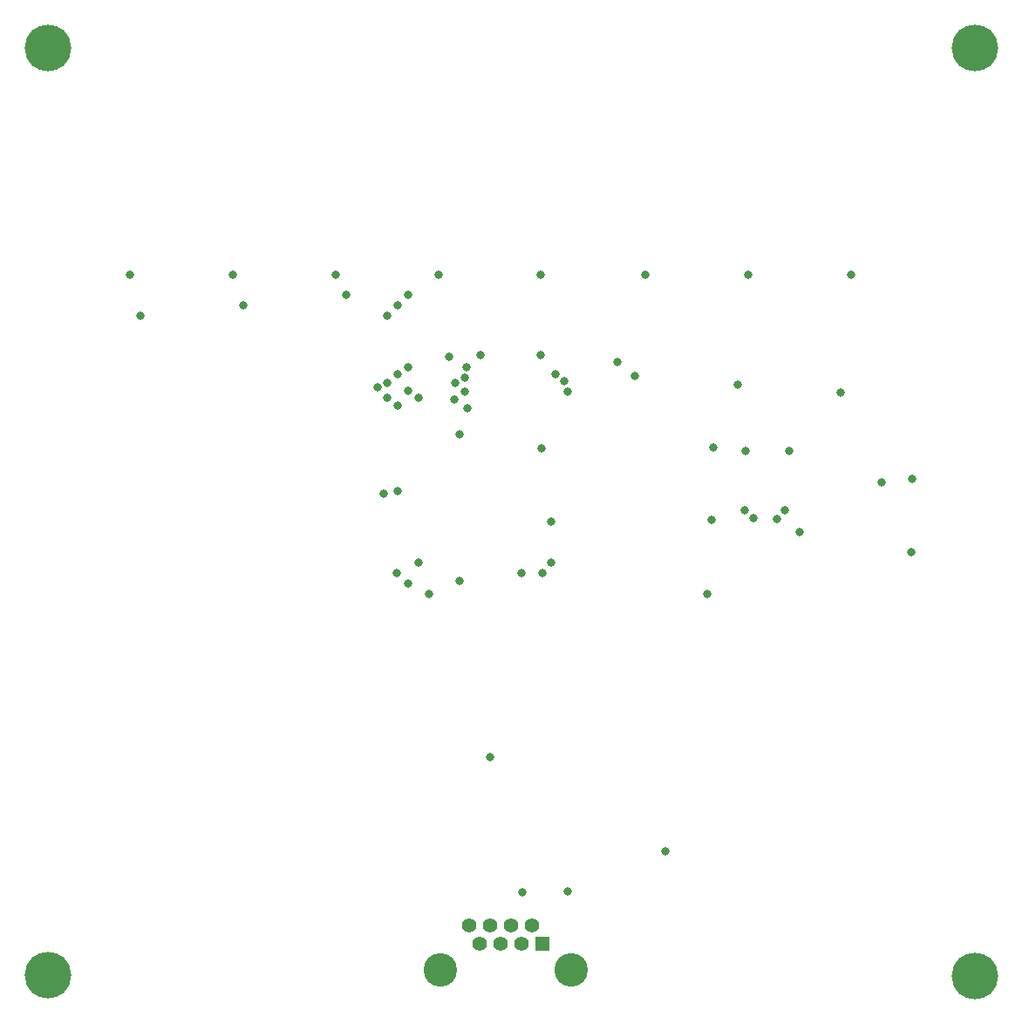
<source format=gbs>
G04*
G04 #@! TF.GenerationSoftware,Altium Limited,Altium Designer,23.7.1 (13)*
G04*
G04 Layer_Color=16711935*
%FSLAX44Y44*%
%MOMM*%
G71*
G04*
G04 #@! TF.SameCoordinates,778E7F24-0D39-4E9A-B56D-B03573EA8545*
G04*
G04*
G04 #@! TF.FilePolarity,Negative*
G04*
G01*
G75*
%ADD36C,3.2500*%
%ADD37R,1.3900X1.3900*%
%ADD38C,1.3900*%
%ADD40C,0.8032*%
%ADD46C,4.5212*%
D36*
X431260Y54600D02*
D03*
X558260D02*
D03*
D37*
X530320Y80000D02*
D03*
D38*
X520160Y97780D02*
D03*
X510000Y80000D02*
D03*
X499840Y97780D02*
D03*
X489680Y80000D02*
D03*
X479520Y97780D02*
D03*
X469360Y80000D02*
D03*
X459200Y97780D02*
D03*
D40*
X889000Y531746D02*
D03*
X888910Y460379D02*
D03*
X603482Y645000D02*
D03*
X859600Y528019D02*
D03*
X554615Y130995D02*
D03*
X511178Y130000D02*
D03*
X479520Y261500D02*
D03*
X376562Y517000D02*
D03*
X780000Y480000D02*
D03*
X727810Y558144D02*
D03*
X765761Y501298D02*
D03*
X758494Y492739D02*
D03*
X735373Y493733D02*
D03*
X726403Y501298D02*
D03*
X770000Y558418D02*
D03*
X449668Y574239D02*
D03*
X695994Y562000D02*
D03*
X529726Y561250D02*
D03*
X530000Y440000D02*
D03*
X695000Y492000D02*
D03*
X539037Y490250D02*
D03*
X650000Y170000D02*
D03*
X410000Y609887D02*
D03*
Y450000D02*
D03*
X539037D02*
D03*
X389190Y440000D02*
D03*
X510000D02*
D03*
X551301Y625995D02*
D03*
X555347Y615732D02*
D03*
X543276Y633017D02*
D03*
X529000Y652000D02*
D03*
X470000D02*
D03*
X455000Y629859D02*
D03*
X456805Y640000D02*
D03*
X455000Y615732D02*
D03*
X445000Y608893D02*
D03*
X445761Y625000D02*
D03*
X400000Y617168D02*
D03*
Y430000D02*
D03*
X450000Y432000D02*
D03*
X690000Y420000D02*
D03*
X420000D02*
D03*
X820296Y615628D02*
D03*
X719750Y623250D02*
D03*
X620000Y630995D02*
D03*
X440000Y650000D02*
D03*
X400000Y640000D02*
D03*
Y710000D02*
D03*
X340000D02*
D03*
X390185Y633017D02*
D03*
X390000Y700000D02*
D03*
X240000D02*
D03*
X380000Y625000D02*
D03*
Y690000D02*
D03*
X140000D02*
D03*
X457168Y600000D02*
D03*
X390000Y602369D02*
D03*
Y520000D02*
D03*
X370000Y620000D02*
D03*
X380000Y610000D02*
D03*
X830020Y730000D02*
D03*
X730000D02*
D03*
X630000D02*
D03*
X529000Y730000D02*
D03*
X430000D02*
D03*
X330000D02*
D03*
X230000D02*
D03*
X130000D02*
D03*
D46*
X950000Y48575D02*
D03*
X50000Y50000D02*
D03*
X950000Y950000D02*
D03*
X50000D02*
D03*
M02*

</source>
